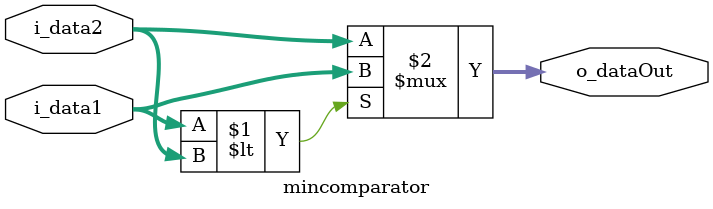
<source format=v>
`timescale 1ns / 1ps

/*
    Inputs: 
              [7:0]i_data1,i_data2: input 2 registers to compare between them 
    Outputs:
              [7:0]o_dataOut: minimum value of the 2 input registers
               
*/
module mincomparator(
    input [7:0] i_data1,
    input [7:0] i_data2,
    output [7:0] o_dataOut
    );
    
   assign o_dataOut =  i_data1<i_data2 ? i_data1:i_data2;  
endmodule

</source>
